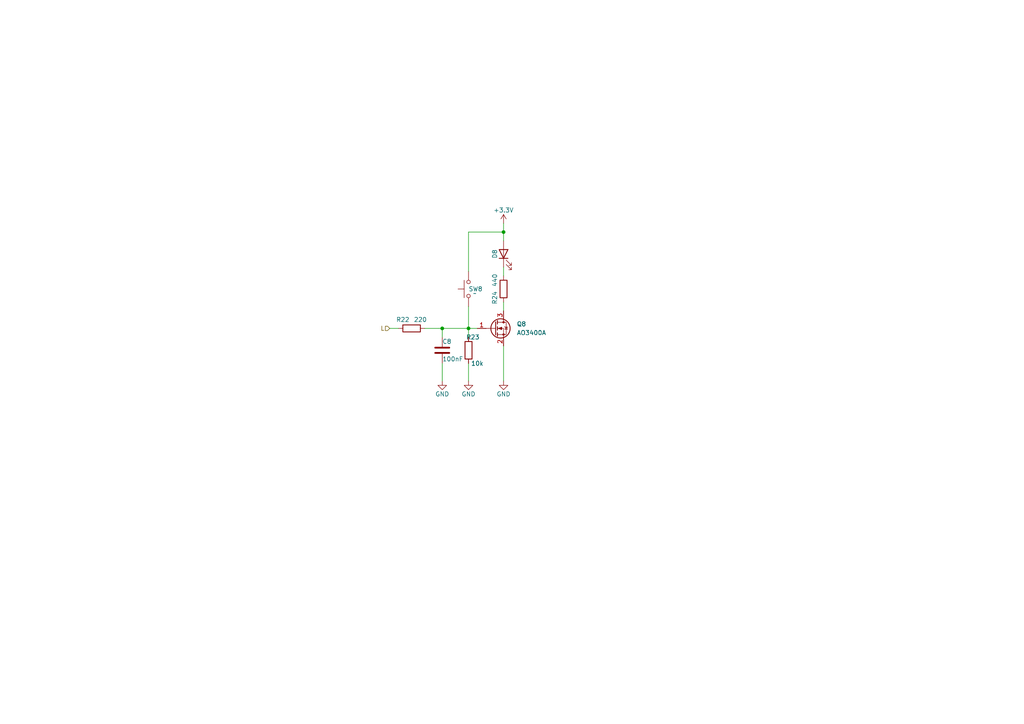
<source format=kicad_sch>
(kicad_sch (version 20211123) (generator eeschema)
  (paper "A4")
  (lib_symbols
    (symbol "Device:C" (pin_numbers hide) (pin_names (offset 0.254))
      (property "Reference" "C" (at 0.635 2.54 0))
      (property "Value" "C" (at 0.635 -2.54 0))
      (symbol "C_0_1"
        (polyline (pts (xy -2.032 -0.762) (xy 2.032 -0.762)) (stroke (width 0.508)))
        (polyline (pts (xy -2.032 0.762) (xy 2.032 0.762)) (stroke (width 0.508)))
      )
      (symbol "C_1_1"
        (pin passive line (at 0 3.81 270) (length 2.794) (name "~") (number "1"))
        (pin passive line (at 0 -3.81 90) (length 2.794) (name "~") (number "2"))
      )
    )
    (symbol "Device:LED" (pin_numbers hide) (pin_names (offset 1.016) hide)
      (property "Reference" "D" (at 0 2.54 0))
      (property "Value" "LED" (at 0 -2.54 0))
      (symbol "LED_0_1"
        (polyline (pts (xy -1.27 -1.27) (xy -1.27 1.27)) (stroke (width 0.254)))
        (polyline (pts (xy -1.27 0) (xy 1.27 0)))
        (polyline (pts (xy 1.27 -1.27) (xy 1.27 1.27) (xy -1.27 0) (xy 1.27 -1.27)) (stroke (width 0.254)))
        (polyline (pts (xy -3.048 -0.762) (xy -4.572 -2.286) (xy -3.81 -2.286) (xy -4.572 -2.286) (xy -4.572 -1.524)))
        (polyline (pts (xy -1.778 -0.762) (xy -3.302 -2.286) (xy -2.54 -2.286) (xy -3.302 -2.286) (xy -3.302 -1.524)))
      )
      (symbol "LED_1_1"
        (pin passive line (at -3.81 0 0) (length 2.54) (name "K") (number "1"))
        (pin passive line (at 3.81 0 180) (length 2.54) (name "A") (number "2"))
      )
    )
    (symbol "Device:R" (pin_numbers hide) (pin_names (offset 0))
      (property "Reference" "R" (at 2.032 0 90))
      (property "Value" "R" (at 0 0 90))
      (symbol "R_0_1"
        (rectangle (start -1.016 -2.54) (end 1.016 2.54) (stroke (width 0.254)))
      )
      (symbol "R_1_1"
        (pin passive line (at 0 3.81 270) (length 1.27) (name "~") (number "1"))
        (pin passive line (at 0 -3.81 90) (length 1.27) (name "~") (number "2"))
      )
    )
    (symbol "Switch:SW_Push" (pin_numbers hide) (pin_names (offset 1.016) hide)
      (property "Reference" "SW" (at 1.27 2.54 0))
      (property "Value" "SW_Push" (at 0 -1.524 0))
      (symbol "SW_Push_0_1"
        (circle (center -2.032 0) (radius 0.508))
        (polyline (pts (xy 0 1.27) (xy 0 3.048)))
        (polyline (pts (xy 2.54 1.27) (xy -2.54 1.27)))
        (circle (center 2.032 0) (radius 0.508))
        (pin passive line (at -5.08 0 0) (length 2.54) (name "1") (number "1"))
        (pin passive line (at 5.08 0 180) (length 2.54) (name "2") (number "2"))
      )
    )
    (symbol "Transistor_FET:AO3400A" (pin_names hide)
      (property "Reference" "Q" (at 5.08 1.905 0))
      (property "Value" "AO3400A" (at 5.08 0 0))
      (symbol "AO3400A_0_1"
        (polyline (pts (xy 0.254 0) (xy -2.54 0)))
        (polyline (pts (xy 0.254 1.905) (xy 0.254 -1.905)) (stroke (width 0.254)))
        (polyline (pts (xy 0.762 -1.27) (xy 0.762 -2.286)) (stroke (width 0.254)))
        (polyline (pts (xy 0.762 0.508) (xy 0.762 -0.508)) (stroke (width 0.254)))
        (polyline (pts (xy 0.762 2.286) (xy 0.762 1.27)) (stroke (width 0.254)))
        (polyline (pts (xy 2.54 2.54) (xy 2.54 1.778)))
        (polyline (pts (xy 2.54 -2.54) (xy 2.54 0) (xy 0.762 0)))
        (polyline (pts (xy 0.762 -1.778) (xy 3.302 -1.778) (xy 3.302 1.778) (xy 0.762 1.778)))
        (polyline (pts (xy 1.016 0) (xy 2.032 0.381) (xy 2.032 -0.381) (xy 1.016 0)) (fill (type outline)))
        (polyline (pts (xy 2.794 0.508) (xy 2.921 0.381) (xy 3.683 0.381) (xy 3.81 0.254)))
        (polyline (pts (xy 3.302 0.381) (xy 2.921 -0.254) (xy 3.683 -0.254) (xy 3.302 0.381)))
        (circle (center 1.651 0) (radius 2.794) (stroke (width 0.254)))
        (circle (center 2.54 -1.778) (radius 0.254) (fill (type outline)))
        (circle (center 2.54 1.778) (radius 0.254) (fill (type outline)))
      )
      (symbol "AO3400A_1_1"
        (pin input line (at -5.08 0 0) (length 2.54) (name "G") (number "1"))
        (pin passive line (at 2.54 -5.08 90) (length 2.54) (name "S") (number "2"))
        (pin passive line (at 2.54 5.08 270) (length 2.54) (name "D") (number "3"))
      )
    )
    (symbol "power:+3.3V" (power) (pin_names (offset 0))
      (property "Value" "+3.3V" (at 0 3.556 0))
      (symbol "+3.3V_0_1"
        (polyline (pts (xy -0.762 1.27) (xy 0 2.54)))
        (polyline (pts (xy 0 0) (xy 0 2.54)))
        (polyline (pts (xy 0 2.54) (xy 0.762 1.27)))
      )
      (symbol "+3.3V_1_1"
        (pin power_in line (at 0 0 90) (length 0) hide (name "+3.3V") (number "1"))
      )
    )
    (symbol "power:GND" (power) (pin_names (offset 0))
      (property "Value" "GND" (at 0 -3.81 0))
      (symbol "GND_0_1"
        (polyline (pts (xy 0 0) (xy 0 -1.27) (xy 1.27 -1.27) (xy 0 -2.54) (xy -1.27 -1.27) (xy 0 -1.27)))
      )
      (symbol "GND_1_1"
        (pin power_in line (at 0 0 270) (length 0) hide (name "GND") (number "1"))
      )
    )
  )
  (junction (at 146.05 67.31))
  (junction (at 135.89 95.25))
  (junction (at 128.27 95.25))
  (wire (pts (xy 146.05 100.33) (xy 146.05 110.49)))
  (wire (pts (xy 135.89 67.31) (xy 135.89 78.74)))
  (wire (pts (xy 146.05 67.31) (xy 146.05 69.85)))
  (wire (pts (xy 128.27 105.41) (xy 128.27 110.49)))
  (wire (pts (xy 146.05 77.47) (xy 146.05 80.01)))
  (wire (pts (xy 135.89 88.9) (xy 135.89 95.25)))
  (wire (pts (xy 146.05 64.77) (xy 146.05 67.31)))
  (wire (pts (xy 113.03 95.25) (xy 115.57 95.25)))
  (wire (pts (xy 135.89 95.25) (xy 135.89 97.79)))
  (wire (pts (xy 128.27 95.25) (xy 135.89 95.25)))
  (wire (pts (xy 146.05 87.63) (xy 146.05 90.17)))
  (wire (pts (xy 146.05 67.31) (xy 135.89 67.31)))
  (wire (pts (xy 135.89 95.25) (xy 138.43 95.25)))
  (wire (pts (xy 123.19 95.25) (xy 128.27 95.25)))
  (wire (pts (xy 135.89 105.41) (xy 135.89 110.49)))
  (wire (pts (xy 128.27 95.25) (xy 128.27 97.79)))
  (hierarchical_label "L" (shape input) (at 113.03 95.25 180))
  (symbol (lib_id "Device:R") (at 119.38 95.25 270) (unit 1)
    (property "Reference" "R22" (at 116.84 92.71 90))
    (property "Value" "220" (at 121.92 92.71 90))
    (property "Footprint" "Resistor_SMD:R_0603_1608Metric" (effects hide))
    (property "LCSC" "C22962" (effects hide))
  )
  (symbol (lib_id "Transistor_FET:AO3400A") (at 143.51 95.25 0) (unit 1)
    (property "Reference" "Q8" (at 149.86 93.9799 0) (effects (justify left)))
    (property "Value" "AO3400A" (at 149.86 96.5199 0) (effects (justify left)))
    (property "Footprint" "Package_TO_SOT_SMD:SOT-23" (effects hide))
    (property "Datasheet" "http://www.aosmd.com/pdfs/datasheet/AO3400A.pdf" (effects hide))
    (property "LCSC" "C20917" (effects hide))
  )
  (symbol (lib_id "Switch:SW_Push") (at 135.89 83.82 90) (unit 1)
    (property "Reference" "SW8" (at 135.89 83.82 90) (effects (justify right)))
    (property "Value" "~" (at 137.16 85.0899 90) (effects (justify right)))
    (property "Footprint" "iolib:TS-1088R-02526" (effects hide))
    (property "LCSC" "C455281" (effects hide))
  )
  (symbol (lib_id "power:+3.3V") (at 146.05 64.77 0) (unit 1)
    (property "Reference" "#PWR035" (effects hide))
    (property "Value" "+3.3V" (at 146.05 60.96 0))
  )
  (symbol (lib_id "power:GND") (at 146.05 110.49 0) (unit 1)
    (property "Reference" "#PWR036" (effects hide))
    (property "Value" "GND" (at 146.05 114.3 0))
  )
  (symbol (lib_id "Device:C") (at 128.27 101.6 0) (unit 1)
    (property "Reference" "C8" (at 128.27 99.06 0) (effects (justify left)))
    (property "Value" "100nF" (at 128.27 104.14 0) (effects (justify left)))
    (property "Footprint" "Capacitor_SMD:C_0603_1608Metric" (effects hide))
    (property "LCSC" "C14663" (effects hide))
  )
  (symbol (lib_id "Device:LED") (at 146.05 73.66 90) (unit 1)
    (property "Reference" "D8" (at 143.51 73.66 0))
    (property "Value" "LED" (effects hide))
    (property "Footprint" "LED_SMD:LED_0603_1608Metric" (effects hide))
    (property "LCSC" "C72041" (effects hide))
  )
  (symbol (lib_id "power:GND") (at 135.89 110.49 0) (unit 1)
    (property "Reference" "#PWR034" (effects hide))
    (property "Value" "GND" (at 135.89 114.3 0))
  )
  (symbol (lib_id "power:GND") (at 128.27 110.49 0) (unit 1)
    (property "Reference" "#PWR033" (effects hide))
    (property "Value" "GND" (at 128.27 114.3 0))
  )
  (symbol (lib_id "Device:R") (at 135.89 101.6 0) (unit 1)
    (property "Reference" "R23" (at 137.16 97.79 0))
    (property "Value" "10k" (at 138.43 105.41 0))
    (property "Footprint" "Resistor_SMD:R_0603_1608Metric" (effects hide))
    (property "LCSC" "C25804" (effects hide))
  )
  (symbol (lib_id "Device:R") (at 146.05 83.82 0) (unit 1)
    (property "Reference" "R24" (at 143.51 86.36 90))
    (property "Value" "440" (at 143.51 81.28 90))
    (property "Footprint" "Resistor_SMD:R_0603_1608Metric" (effects hide))
    (property "LCSC" "C23179" (effects hide))
  )
)
</source>
